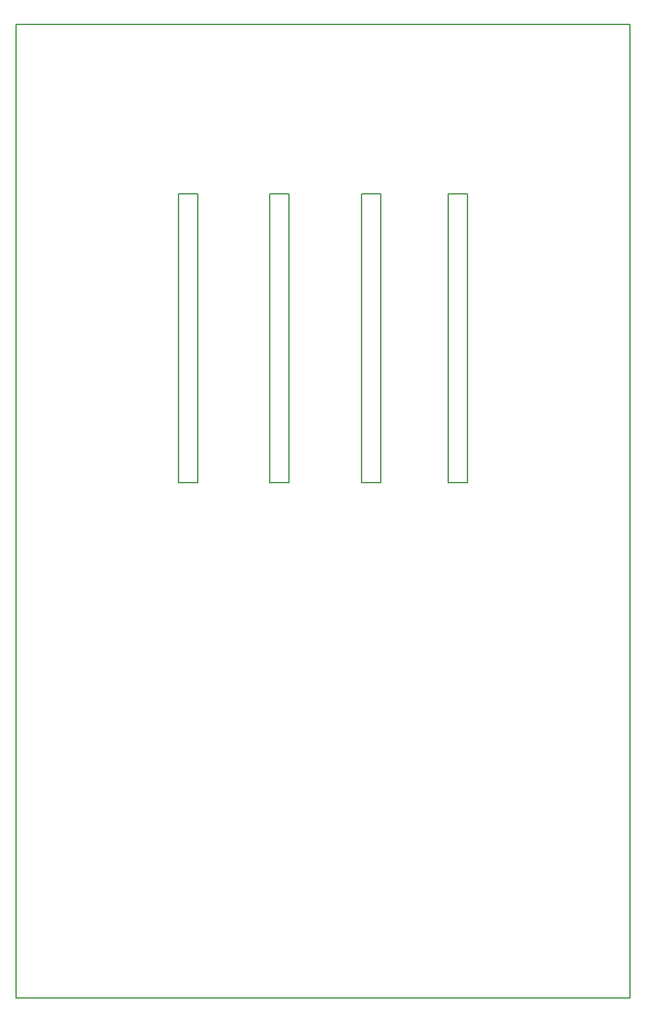
<source format=gko>
G04 DipTrace 3.3.0.0*
G04 typhoon_panel.GKO*
%MOIN*%
G04 #@! TF.FileFunction,Profile*
G04 #@! TF.Part,Single*
%ADD11C,0.005512*%
%FSLAX26Y26*%
G04*
G70*
G90*
G75*
G01*
G04 BoardOutline*
%LPD*%
X3582000Y394000D2*
D11*
Y5450000D1*
X394000D1*
Y394000D1*
X3582000D1*
X1238097Y4570175D2*
X1338087D1*
Y3070331D1*
X1238097D1*
Y4570175D1*
X1712353Y4569722D2*
X1812343D1*
Y3069879D1*
X1712353D1*
Y4569722D1*
X2188098Y4570175D2*
X2288088D1*
Y3070331D1*
X2188098D1*
Y4570175D1*
X2638098D2*
X2738088D1*
Y3070331D1*
X2638098D1*
Y4570175D1*
M02*

</source>
